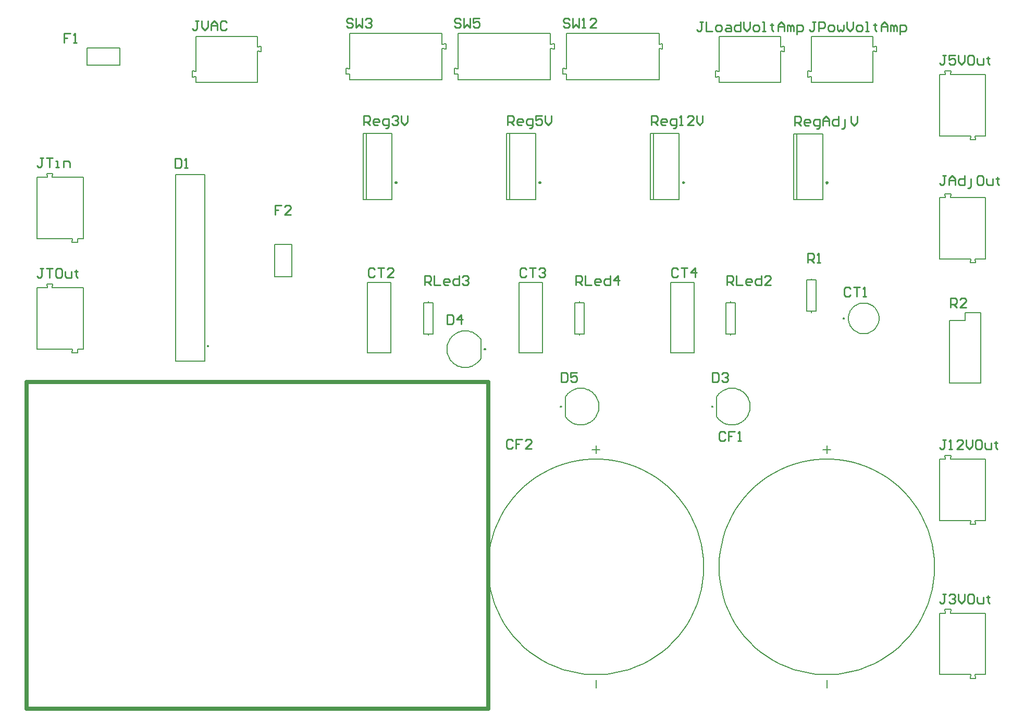
<source format=gto>
%FSDAX23Y23*%
%MOIN*%
%SFA1B1*%

%IPPOS*%
%ADD10C,0.005000*%
%ADD11C,0.010000*%
%ADD12C,0.008000*%
%ADD13C,0.028000*%
%ADD14C,0.010000*%
%LNfuente-1*%
%LPD*%
G54D10*
X04429Y01083D02*
D01*
X04427Y01131*
X04422Y01178*
X04413Y01226*
X04402Y01272*
X04387Y01318*
X04369Y01363*
X04348Y01406*
X04324Y01448*
X04297Y01487*
X04267Y01525*
X04235Y01561*
X04201Y01595*
X04164Y01625*
X04125Y01654*
X04084Y01679*
X04042Y01702*
X03998Y01721*
X03952Y01738*
X03906Y01751*
X03859Y01761*
X03812Y01768*
X03764Y01771*
X03715*
X03667Y01768*
X03620Y01761*
X03573Y01751*
X03527Y01738*
X03481Y01721*
X03437Y01702*
X03395Y01679*
X03354Y01654*
X03315Y01625*
X03278Y01595*
X03244Y01561*
X03212Y01525*
X03182Y01487*
X03155Y01448*
X03131Y01406*
X03110Y01363*
X03092Y01318*
X03077Y01272*
X03066Y01226*
X03057Y01178*
X03052Y01131*
X03051Y01083*
X03052Y01034*
X03057Y00987*
X03066Y00939*
X03077Y00893*
X03092Y00847*
X03110Y00802*
X03131Y00759*
X03155Y00717*
X03182Y00678*
X03212Y00640*
X03244Y00604*
X03278Y00570*
X03315Y00540*
X03354Y00511*
X03395Y00486*
X03437Y00463*
X03481Y00444*
X03527Y00427*
X03573Y00414*
X03620Y00404*
X03667Y00397*
X03715Y00394*
X03764*
X03812Y00397*
X03859Y00404*
X03906Y00414*
X03952Y00427*
X03998Y00444*
X04042Y00463*
X04084Y00486*
X04125Y00511*
X04164Y00540*
X04201Y00570*
X04235Y00604*
X04267Y00640*
X04297Y00678*
X04324Y00717*
X04348Y00759*
X04369Y00802*
X04387Y00847*
X04402Y00893*
X04413Y00939*
X04422Y00987*
X04427Y01034*
X04429Y01083*
X03544Y02047D02*
D01*
X03548Y02040*
X03553Y02033*
X03559Y02027*
X03564Y02022*
X03571Y02016*
X03577Y02012*
X03584Y02007*
X03591Y02003*
X03599Y02000*
X03607Y01997*
X03614Y01995*
X03622Y01993*
X03630Y01992*
X03639Y01992*
X03647Y01992*
X03655Y01992*
X03663Y01993*
X03671Y01995*
X03679Y01997*
X03686Y02000*
X03694Y02004*
X03701Y02007*
X03708Y02012*
X03715Y02017*
X03721Y02022*
X03727Y02027*
X03732Y02034*
X03737Y02040*
X03742Y02047*
X03746Y02054*
X03749Y02061*
X03752Y02069*
X03755Y02076*
X03757Y02084*
X03758Y02092*
X03759Y02100*
X03759Y02109*
X03759Y02117*
X03758Y02125*
X03757Y02133*
X03755Y02141*
X03752Y02149*
X03749Y02156*
X03746Y02163*
X03741Y02171*
X03737Y02177*
X03732Y02184*
X03726Y02190*
X03721Y02195*
X03714Y02201*
X03708Y02205*
X03701Y02210*
X03694Y02214*
X03686Y02217*
X03678Y02220*
X03671Y02222*
X03663Y02224*
X03655Y02225*
X03646Y02225*
X03638Y02225*
X03630Y02225*
X03622Y02224*
X03614Y02222*
X03606Y02220*
X03599Y02217*
X03591Y02213*
X03584Y02210*
X03577Y02205*
X03570Y02200*
X03564Y02195*
X03558Y02190*
X03553Y02183*
X03548Y02177*
X03543Y02170*
X03544Y02170*
X04511Y02047D02*
D01*
X04515Y02040*
X04520Y02033*
X04526Y02027*
X04531Y02022*
X04538Y02016*
X04544Y02012*
X04551Y02007*
X04558Y02003*
X04566Y02000*
X04574Y01997*
X04581Y01995*
X04589Y01993*
X04597Y01992*
X04606Y01992*
X04614Y01992*
X04622Y01992*
X04630Y01993*
X04638Y01995*
X04646Y01997*
X04653Y02000*
X04661Y02004*
X04668Y02007*
X04675Y02012*
X04682Y02017*
X04688Y02022*
X04694Y02027*
X04699Y02034*
X04704Y02040*
X04709Y02047*
X04713Y02054*
X04716Y02061*
X04719Y02069*
X04722Y02076*
X04724Y02084*
X04725Y02092*
X04726Y02100*
X04726Y02109*
X04726Y02117*
X04725Y02125*
X04724Y02133*
X04722Y02141*
X04719Y02149*
X04716Y02156*
X04713Y02163*
X04709Y02171*
X04704Y02177*
X04699Y02184*
X04693Y02190*
X04688Y02195*
X04681Y02201*
X04675Y02205*
X04668Y02210*
X04661Y02214*
X04653Y02217*
X04645Y02220*
X04638Y02222*
X04630Y02224*
X04622Y02225*
X04613Y02225*
X04605Y02225*
X04597Y02225*
X04589Y02224*
X04581Y02222*
X04573Y02220*
X04566Y02217*
X04558Y02213*
X04551Y02210*
X04544Y02205*
X04537Y02200*
X04531Y02195*
X04525Y02190*
X04520Y02183*
X04515Y02177*
X04510Y02170*
X04511Y02170*
X05906Y01083D02*
D01*
X05904Y01131*
X05899Y01178*
X05890Y01226*
X05879Y01272*
X05864Y01318*
X05846Y01363*
X05825Y01406*
X05801Y01448*
X05774Y01487*
X05744Y01525*
X05712Y01561*
X05678Y01595*
X05641Y01625*
X05602Y01654*
X05561Y01679*
X05519Y01702*
X05475Y01721*
X05429Y01738*
X05383Y01751*
X05336Y01761*
X05289Y01768*
X05241Y01771*
X05192*
X05144Y01768*
X05097Y01761*
X05050Y01751*
X05004Y01738*
X04958Y01721*
X04914Y01702*
X04872Y01679*
X04831Y01654*
X04792Y01625*
X04755Y01595*
X04721Y01561*
X04689Y01525*
X04659Y01487*
X04632Y01448*
X04608Y01406*
X04587Y01363*
X04569Y01318*
X04554Y01272*
X04543Y01226*
X04534Y01178*
X04529Y01131*
X04528Y01083*
X04529Y01034*
X04534Y00987*
X04543Y00939*
X04554Y00893*
X04569Y00847*
X04587Y00802*
X04608Y00759*
X04632Y00717*
X04659Y00678*
X04689Y00640*
X04721Y00604*
X04755Y00570*
X04792Y00540*
X04831Y00511*
X04872Y00486*
X04914Y00463*
X04958Y00444*
X05004Y00427*
X05050Y00414*
X05097Y00404*
X05144Y00397*
X05192Y00394*
X05241*
X05289Y00397*
X05336Y00404*
X05383Y00414*
X05429Y00427*
X05475Y00444*
X05519Y00463*
X05561Y00486*
X05602Y00511*
X05641Y00540*
X05678Y00570*
X05712Y00604*
X05744Y00640*
X05774Y00678*
X05801Y00717*
X05825Y00759*
X05846Y00802*
X05864Y00847*
X05879Y00893*
X05890Y00939*
X05899Y00987*
X05904Y01034*
X05906Y01083*
X03003Y02538D02*
D01*
X02998Y02544*
X02993Y02551*
X02987Y02557*
X02982Y02562*
X02975Y02568*
X02969Y02572*
X02962Y02577*
X02955Y02581*
X02947Y02584*
X02939Y02587*
X02932Y02589*
X02924Y02591*
X02916Y02592*
X02907Y02592*
X02899Y02592*
X02891Y02592*
X02883Y02591*
X02875Y02589*
X02867Y02587*
X02860Y02584*
X02852Y02580*
X02845Y02577*
X02838Y02572*
X02831Y02567*
X02825Y02562*
X02819Y02557*
X02814Y02550*
X02809Y02544*
X02804Y02537*
X02800Y02530*
X02797Y02523*
X02794Y02515*
X02791Y02508*
X02789Y02500*
X02788Y02492*
X02787Y02484*
X02787Y02475*
X02787Y02467*
X02788Y02459*
X02789Y02451*
X02791Y02443*
X02794Y02435*
X02797Y02428*
X02800Y02421*
X02805Y02413*
X02809Y02407*
X02814Y02400*
X02820Y02394*
X02825Y02389*
X02832Y02383*
X02838Y02379*
X02845Y02374*
X02852Y02370*
X02860Y02367*
X02868Y02364*
X02875Y02362*
X02883Y02360*
X02891Y02359*
X02900Y02359*
X02908Y02359*
X02916Y02359*
X02924Y02360*
X02932Y02362*
X02940Y02364*
X02947Y02367*
X02955Y02371*
X02962Y02374*
X02969Y02379*
X02976Y02384*
X02982Y02389*
X02988Y02394*
X02993Y02401*
X02998Y02407*
X03003Y02414*
X03003Y02415*
X05551Y02673D02*
D01*
X05550Y02679*
X05550Y02686*
X05548Y02693*
X05547Y02700*
X05545Y02706*
X05542Y02712*
X05539Y02719*
X05536Y02724*
X05532Y02730*
X05528Y02735*
X05523Y02741*
X05518Y02745*
X05513Y02750*
X05507Y02754*
X05502Y02757*
X05495Y02761*
X05489Y02763*
X05483Y02766*
X05476Y02768*
X05470Y02769*
X05463Y02770*
X05456Y02770*
X05449*
X05442Y02770*
X05435Y02769*
X05429Y02768*
X05422Y02766*
X05416Y02763*
X05410Y02761*
X05404Y02757*
X05398Y02754*
X05392Y02750*
X05387Y02745*
X05382Y02741*
X05377Y02735*
X05373Y02730*
X05369Y02724*
X05366Y02719*
X05363Y02712*
X05360Y02706*
X05358Y02700*
X05357Y02693*
X05355Y02686*
X05355Y02679*
X05355Y02673*
X05355Y02666*
X05355Y02659*
X05357Y02652*
X05358Y02645*
X05360Y02639*
X05363Y02633*
X05366Y02626*
X05369Y02621*
X05373Y02615*
X05377Y02610*
X05382Y02604*
X05387Y02600*
X05392Y02595*
X05398Y02591*
X05404Y02588*
X05410Y02584*
X05416Y02582*
X05422Y02579*
X05429Y02577*
X05435Y02576*
X05442Y02575*
X05449Y02575*
X05456*
X05463Y02575*
X05470Y02576*
X05476Y02577*
X05483Y02579*
X05489Y02582*
X05495Y02584*
X05502Y02588*
X05507Y02591*
X05513Y02595*
X05518Y02600*
X05523Y02604*
X05528Y02610*
X05532Y02615*
X05536Y02621*
X05539Y02626*
X05542Y02633*
X05545Y02639*
X05547Y02645*
X05548Y02652*
X05550Y02659*
X05550Y02666*
X05551Y02673*
X03740Y00308D02*
Y00358D01*
Y01808D02*
Y01858D01*
X03715Y01833D02*
X03765D01*
X03544Y02047D02*
Y02170D01*
X04511Y02047D02*
Y02170D01*
X05217Y00308D02*
Y00358D01*
Y01808D02*
Y01858D01*
X05192Y01833D02*
X05242D01*
X03003Y02415D02*
Y02538D01*
X01050Y02400D02*
Y03593D01*
X01239*
Y02400D02*
Y03593D01*
X01050Y02400D02*
X01239D01*
G54D11*
X04303Y03543D02*
D01*
X04302Y03543*
X04302Y03543*
X04302Y03544*
X04302Y03544*
X04302Y03544*
X04302Y03545*
X04302Y03545*
X04302Y03545*
X04302Y03545*
X04301Y03546*
X04301Y03546*
X04301Y03546*
X04301Y03546*
X04300Y03547*
X04300Y03547*
X04300Y03547*
X04299Y03547*
X04299Y03547*
X04299Y03547*
X04298Y03547*
X04298Y03547*
X04298Y03547*
X04297*
X04297Y03547*
X04297Y03547*
X04296Y03547*
X04296Y03547*
X04296Y03547*
X04295Y03547*
X04295Y03547*
X04295Y03547*
X04294Y03546*
X04294Y03546*
X04294Y03546*
X04294Y03546*
X04293Y03545*
X04293Y03545*
X04293Y03545*
X04293Y03545*
X04293Y03544*
X04293Y03544*
X04293Y03544*
X04293Y03543*
X04293Y03543*
X04293Y03543*
X04293Y03542*
X04293Y03542*
X04293Y03541*
X04293Y03541*
X04293Y03541*
X04293Y03540*
X04293Y03540*
X04293Y03540*
X04293Y03540*
X04294Y03539*
X04294Y03539*
X04294Y03539*
X04294Y03539*
X04295Y03538*
X04295Y03538*
X04295Y03538*
X04296Y03538*
X04296Y03538*
X04296Y03538*
X04297Y03538*
X04297Y03538*
X04297Y03538*
X04298*
X04298Y03538*
X04298Y03538*
X04299Y03538*
X04299Y03538*
X04299Y03538*
X04300Y03538*
X04300Y03538*
X04300Y03538*
X04301Y03539*
X04301Y03539*
X04301Y03539*
X04301Y03539*
X04302Y03540*
X04302Y03540*
X04302Y03540*
X04302Y03540*
X04302Y03541*
X04302Y03541*
X04302Y03541*
X04302Y03542*
X04302Y03542*
X04303Y03543*
X03384D02*
D01*
X03383Y03543*
X03383Y03543*
X03383Y03544*
X03383Y03544*
X03383Y03544*
X03383Y03545*
X03383Y03545*
X03383Y03545*
X03383Y03545*
X03382Y03546*
X03382Y03546*
X03382Y03546*
X03382Y03546*
X03381Y03547*
X03381Y03547*
X03381Y03547*
X03380Y03547*
X03380Y03547*
X03380Y03547*
X03379Y03547*
X03379Y03547*
X03379Y03547*
X03378*
X03378Y03547*
X03378Y03547*
X03377Y03547*
X03377Y03547*
X03377Y03547*
X03376Y03547*
X03376Y03547*
X03376Y03547*
X03375Y03546*
X03375Y03546*
X03375Y03546*
X03375Y03546*
X03374Y03545*
X03374Y03545*
X03374Y03545*
X03374Y03545*
X03374Y03544*
X03374Y03544*
X03374Y03544*
X03374Y03543*
X03374Y03543*
X03374Y03543*
X03374Y03542*
X03374Y03542*
X03374Y03541*
X03374Y03541*
X03374Y03541*
X03374Y03540*
X03374Y03540*
X03374Y03540*
X03374Y03540*
X03375Y03539*
X03375Y03539*
X03375Y03539*
X03375Y03539*
X03376Y03538*
X03376Y03538*
X03376Y03538*
X03377Y03538*
X03377Y03538*
X03377Y03538*
X03378Y03538*
X03378Y03538*
X03378Y03538*
X03379*
X03379Y03538*
X03379Y03538*
X03380Y03538*
X03380Y03538*
X03380Y03538*
X03381Y03538*
X03381Y03538*
X03381Y03538*
X03382Y03539*
X03382Y03539*
X03382Y03539*
X03382Y03539*
X03383Y03540*
X03383Y03540*
X03383Y03540*
X03383Y03540*
X03383Y03541*
X03383Y03541*
X03383Y03541*
X03383Y03542*
X03383Y03542*
X03384Y03543*
X02466D02*
D01*
X02465Y03543*
X02465Y03543*
X02465Y03544*
X02465Y03544*
X02465Y03544*
X02465Y03545*
X02465Y03545*
X02465Y03545*
X02465Y03545*
X02464Y03546*
X02464Y03546*
X02464Y03546*
X02464Y03546*
X02463Y03547*
X02463Y03547*
X02463Y03547*
X02462Y03547*
X02462Y03547*
X02462Y03547*
X02461Y03547*
X02461Y03547*
X02461Y03547*
X02460*
X02460Y03547*
X02460Y03547*
X02459Y03547*
X02459Y03547*
X02459Y03547*
X02458Y03547*
X02458Y03547*
X02458Y03547*
X02457Y03546*
X02457Y03546*
X02457Y03546*
X02457Y03546*
X02456Y03545*
X02456Y03545*
X02456Y03545*
X02456Y03545*
X02456Y03544*
X02456Y03544*
X02456Y03544*
X02456Y03543*
X02456Y03543*
X02456Y03543*
X02456Y03542*
X02456Y03542*
X02456Y03541*
X02456Y03541*
X02456Y03541*
X02456Y03540*
X02456Y03540*
X02456Y03540*
X02456Y03540*
X02457Y03539*
X02457Y03539*
X02457Y03539*
X02457Y03539*
X02458Y03538*
X02458Y03538*
X02458Y03538*
X02459Y03538*
X02459Y03538*
X02459Y03538*
X02460Y03538*
X02460Y03538*
X02460Y03538*
X02461*
X02461Y03538*
X02461Y03538*
X02462Y03538*
X02462Y03538*
X02462Y03538*
X02463Y03538*
X02463Y03538*
X02463Y03538*
X02464Y03539*
X02464Y03539*
X02464Y03539*
X02464Y03539*
X02465Y03540*
X02465Y03540*
X02465Y03540*
X02465Y03540*
X02465Y03541*
X02465Y03541*
X02465Y03541*
X02465Y03542*
X02465Y03542*
X02466Y03543*
X05221Y03542D02*
D01*
X05220Y03542*
X05220Y03542*
X05220Y03543*
X05220Y03543*
X05220Y03543*
X05220Y03544*
X05220Y03544*
X05220Y03544*
X05220Y03544*
X05219Y03545*
X05219Y03545*
X05219Y03545*
X05219Y03545*
X05218Y03546*
X05218Y03546*
X05218Y03546*
X05217Y03546*
X05217Y03546*
X05217Y03546*
X05216Y03546*
X05216Y03546*
X05216Y03546*
X05215*
X05215Y03546*
X05215Y03546*
X05214Y03546*
X05214Y03546*
X05214Y03546*
X05213Y03546*
X05213Y03546*
X05213Y03546*
X05212Y03545*
X05212Y03545*
X05212Y03545*
X05212Y03545*
X05211Y03544*
X05211Y03544*
X05211Y03544*
X05211Y03544*
X05211Y03543*
X05211Y03543*
X05211Y03543*
X05211Y03542*
X05211Y03542*
X05211Y03542*
X05211Y03541*
X05211Y03541*
X05211Y03540*
X05211Y03540*
X05211Y03540*
X05211Y03539*
X05211Y03539*
X05211Y03539*
X05211Y03539*
X05212Y03538*
X05212Y03538*
X05212Y03538*
X05212Y03538*
X05213Y03537*
X05213Y03537*
X05213Y03537*
X05214Y03537*
X05214Y03537*
X05214Y03537*
X05215Y03537*
X05215Y03537*
X05215Y03537*
X05216*
X05216Y03537*
X05216Y03537*
X05217Y03537*
X05217Y03537*
X05217Y03537*
X05218Y03537*
X05218Y03537*
X05218Y03537*
X05219Y03538*
X05219Y03538*
X05219Y03538*
X05219Y03538*
X05220Y03539*
X05220Y03539*
X05220Y03539*
X05220Y03539*
X05220Y03540*
X05220Y03540*
X05220Y03540*
X05220Y03541*
X05220Y03541*
X05221Y03542*
G54D12*
X03520Y02108D02*
D01*
X03519Y02108*
X03519Y02108*
X03519Y02108*
X03519Y02109*
X03519Y02109*
X03519Y02109*
X03519Y02109*
X03519Y02110*
X03519Y02110*
X03519Y02110*
X03518Y02110*
X03518Y02110*
X03518Y02111*
X03518Y02111*
X03518Y02111*
X03517Y02111*
X03517Y02111*
X03517Y02111*
X03516Y02111*
X03516Y02111*
X03516Y02111*
X03516Y02111*
X03515*
X03515Y02111*
X03515Y02111*
X03515Y02111*
X03514Y02111*
X03514Y02111*
X03514Y02111*
X03514Y02111*
X03513Y02111*
X03513Y02111*
X03513Y02110*
X03513Y02110*
X03512Y02110*
X03512Y02110*
X03512Y02110*
X03512Y02109*
X03512Y02109*
X03512Y02109*
X03512Y02109*
X03512Y02108*
X03512Y02108*
X03512Y02108*
X03512Y02108*
X03512Y02107*
X03512Y02107*
X03512Y02107*
X03512Y02106*
X03512Y02106*
X03512Y02106*
X03512Y02106*
X03512Y02105*
X03512Y02105*
X03512Y02105*
X03513Y02105*
X03513Y02105*
X03513Y02104*
X03513Y02104*
X03514Y02104*
X03514Y02104*
X03514Y02104*
X03514Y02104*
X03515Y02104*
X03515Y02104*
X03515Y02104*
X03515Y02104*
X03516*
X03516Y02104*
X03516Y02104*
X03516Y02104*
X03517Y02104*
X03517Y02104*
X03517Y02104*
X03518Y02104*
X03518Y02104*
X03518Y02104*
X03518Y02105*
X03518Y02105*
X03519Y02105*
X03519Y02105*
X03519Y02105*
X03519Y02106*
X03519Y02106*
X03519Y02106*
X03519Y02106*
X03519Y02107*
X03519Y02107*
X03519Y02107*
X03520Y02108*
X04488D02*
D01*
X04487Y02108*
X04487Y02108*
X04487Y02108*
X04487Y02109*
X04487Y02109*
X04487Y02109*
X04487Y02109*
X04487Y02110*
X04487Y02110*
X04487Y02110*
X04486Y02110*
X04486Y02110*
X04486Y02111*
X04486Y02111*
X04486Y02111*
X04485Y02111*
X04485Y02111*
X04485Y02111*
X04484Y02111*
X04484Y02111*
X04484Y02111*
X04484Y02111*
X04483*
X04483Y02111*
X04483Y02111*
X04483Y02111*
X04482Y02111*
X04482Y02111*
X04482Y02111*
X04482Y02111*
X04481Y02111*
X04481Y02111*
X04481Y02110*
X04481Y02110*
X04480Y02110*
X04480Y02110*
X04480Y02110*
X04480Y02109*
X04480Y02109*
X04480Y02109*
X04480Y02109*
X04480Y02108*
X04480Y02108*
X04480Y02108*
X04480Y02108*
X04480Y02107*
X04480Y02107*
X04480Y02107*
X04480Y02106*
X04480Y02106*
X04480Y02106*
X04480Y02106*
X04480Y02105*
X04480Y02105*
X04480Y02105*
X04481Y02105*
X04481Y02105*
X04481Y02104*
X04481Y02104*
X04482Y02104*
X04482Y02104*
X04482Y02104*
X04482Y02104*
X04483Y02104*
X04483Y02104*
X04483Y02104*
X04483Y02104*
X04484*
X04484Y02104*
X04484Y02104*
X04484Y02104*
X04485Y02104*
X04485Y02104*
X04485Y02104*
X04486Y02104*
X04486Y02104*
X04486Y02104*
X04486Y02105*
X04486Y02105*
X04487Y02105*
X04487Y02105*
X04487Y02105*
X04487Y02106*
X04487Y02106*
X04487Y02106*
X04487Y02106*
X04487Y02107*
X04487Y02107*
X04487Y02107*
X04488Y02108*
X03034Y02476D02*
D01*
X03033Y02476*
X03033Y02476*
X03033Y02476*
X03033Y02477*
X03033Y02477*
X03033Y02477*
X03033Y02477*
X03033Y02478*
X03033Y02478*
X03033Y02478*
X03032Y02478*
X03032Y02478*
X03032Y02479*
X03032Y02479*
X03032Y02479*
X03031Y02479*
X03031Y02479*
X03031Y02479*
X03030Y02479*
X03030Y02479*
X03030Y02479*
X03030Y02479*
X03029*
X03029Y02479*
X03029Y02479*
X03029Y02479*
X03028Y02479*
X03028Y02479*
X03028Y02479*
X03028Y02479*
X03027Y02479*
X03027Y02479*
X03027Y02478*
X03027Y02478*
X03026Y02478*
X03026Y02478*
X03026Y02478*
X03026Y02477*
X03026Y02477*
X03026Y02477*
X03026Y02477*
X03026Y02476*
X03026Y02476*
X03026Y02476*
X03026Y02476*
X03026Y02475*
X03026Y02475*
X03026Y02475*
X03026Y02474*
X03026Y02474*
X03026Y02474*
X03026Y02474*
X03026Y02473*
X03026Y02473*
X03026Y02473*
X03027Y02473*
X03027Y02473*
X03027Y02472*
X03027Y02472*
X03028Y02472*
X03028Y02472*
X03028Y02472*
X03028Y02472*
X03029Y02472*
X03029Y02472*
X03029Y02472*
X03029Y02472*
X03030*
X03030Y02472*
X03030Y02472*
X03030Y02472*
X03031Y02472*
X03031Y02472*
X03031Y02472*
X03032Y02472*
X03032Y02472*
X03032Y02472*
X03032Y02473*
X03032Y02473*
X03033Y02473*
X03033Y02473*
X03033Y02473*
X03033Y02474*
X03033Y02474*
X03033Y02474*
X03033Y02474*
X03033Y02475*
X03033Y02475*
X03033Y02475*
X03034Y02476*
X01261Y02496D02*
D01*
X01260Y02496*
X01260Y02496*
X01260Y02496*
X01260Y02497*
X01260Y02497*
X01260Y02497*
X01260Y02497*
X01260Y02498*
X01260Y02498*
X01260Y02498*
X01259Y02498*
X01259Y02498*
X01259Y02499*
X01259Y02499*
X01259Y02499*
X01258Y02499*
X01258Y02499*
X01258Y02499*
X01257Y02499*
X01257Y02499*
X01257Y02499*
X01257Y02499*
X01256*
X01256Y02499*
X01256Y02499*
X01256Y02499*
X01255Y02499*
X01255Y02499*
X01255Y02499*
X01255Y02499*
X01254Y02499*
X01254Y02499*
X01254Y02498*
X01254Y02498*
X01253Y02498*
X01253Y02498*
X01253Y02498*
X01253Y02497*
X01253Y02497*
X01253Y02497*
X01253Y02497*
X01253Y02496*
X01253Y02496*
X01253Y02496*
X01253Y02496*
X01253Y02495*
X01253Y02495*
X01253Y02495*
X01253Y02494*
X01253Y02494*
X01253Y02494*
X01253Y02494*
X01253Y02493*
X01253Y02493*
X01253Y02493*
X01254Y02493*
X01254Y02493*
X01254Y02492*
X01254Y02492*
X01255Y02492*
X01255Y02492*
X01255Y02492*
X01255Y02492*
X01256Y02492*
X01256Y02492*
X01256Y02492*
X01256Y02492*
X01257*
X01257Y02492*
X01257Y02492*
X01257Y02492*
X01258Y02492*
X01258Y02492*
X01258Y02492*
X01259Y02492*
X01259Y02492*
X01259Y02492*
X01259Y02493*
X01259Y02493*
X01260Y02493*
X01260Y02493*
X01260Y02493*
X01260Y02494*
X01260Y02494*
X01260Y02494*
X01260Y02494*
X01260Y02495*
X01260Y02495*
X01260Y02495*
X01261Y02496*
X05329Y02673D02*
D01*
X05328Y02673*
X05328Y02673*
X05328Y02673*
X05328Y02674*
X05328Y02674*
X05328Y02674*
X05328Y02674*
X05328Y02675*
X05328Y02675*
X05328Y02675*
X05327Y02675*
X05327Y02675*
X05327Y02676*
X05327Y02676*
X05327Y02676*
X05326Y02676*
X05326Y02676*
X05326Y02676*
X05325Y02676*
X05325Y02676*
X05325Y02676*
X05325Y02676*
X05324*
X05324Y02676*
X05324Y02676*
X05324Y02676*
X05323Y02676*
X05323Y02676*
X05323Y02676*
X05323Y02676*
X05322Y02676*
X05322Y02676*
X05322Y02675*
X05322Y02675*
X05321Y02675*
X05321Y02675*
X05321Y02675*
X05321Y02674*
X05321Y02674*
X05321Y02674*
X05321Y02674*
X05321Y02673*
X05321Y02673*
X05321Y02673*
X05321Y02673*
X05321Y02672*
X05321Y02672*
X05321Y02672*
X05321Y02671*
X05321Y02671*
X05321Y02671*
X05321Y02671*
X05321Y02670*
X05321Y02670*
X05321Y02670*
X05322Y02670*
X05322Y02670*
X05322Y02669*
X05322Y02669*
X05323Y02669*
X05323Y02669*
X05323Y02669*
X05323Y02669*
X05324Y02669*
X05324Y02669*
X05324Y02669*
X05324Y02669*
X05325*
X05325Y02669*
X05325Y02669*
X05325Y02669*
X05326Y02669*
X05326Y02669*
X05326Y02669*
X05327Y02669*
X05327Y02669*
X05327Y02669*
X05327Y02670*
X05327Y02670*
X05328Y02670*
X05328Y02670*
X05328Y02670*
X05328Y02671*
X05328Y02671*
X05328Y02671*
X05328Y02671*
X05328Y02672*
X05328Y02672*
X05328Y02672*
X05329Y02673*
X03635Y02773D02*
Y02782D01*
Y02564D02*
Y02573D01*
Y02773D02*
X03665D01*
Y02573D02*
Y02773D01*
X03605Y02573D02*
X03665D01*
X03605D02*
Y02773D01*
X03635*
X02667D02*
Y02782D01*
Y02564D02*
Y02573D01*
Y02773D02*
X02697D01*
Y02573D02*
Y02773D01*
X02637Y02573D02*
X02697D01*
X02637D02*
Y02773D01*
X02667*
X04602D02*
Y02782D01*
Y02564D02*
Y02573D01*
Y02773D02*
X04632D01*
Y02573D02*
Y02773D01*
X04572Y02573D02*
X04632D01*
X04572D02*
Y02773D01*
X04602*
X04087Y03854D02*
X04272D01*
X04087Y03433D02*
X04272D01*
Y03854*
X04087Y03433D02*
Y03854D01*
X04107Y03433D02*
Y03854D01*
X03169D02*
X03354D01*
X03169Y03433D02*
X03354D01*
Y03854*
X03169Y03433D02*
Y03854D01*
X03188Y03433D02*
Y03854D01*
X02250D02*
X02435D01*
X02250Y03433D02*
X02435D01*
Y03854*
X02250Y03433D02*
Y03854D01*
X02270Y03433D02*
Y03854D01*
X04217Y02453D02*
Y02903D01*
Y02453D02*
X04367D01*
Y02903*
X04217D02*
X04367D01*
X03247Y02453D02*
Y02903D01*
Y02453D02*
X03397D01*
Y02903*
X03247D02*
X03397D01*
X02277Y02453D02*
Y02903D01*
Y02453D02*
X02427D01*
Y02903*
X02277D02*
X02427D01*
X05118Y04476D02*
X05512D01*
X05535Y04379D02*
Y04412D01*
X05512Y04382D02*
X05535Y04379D01*
X05512Y04409D02*
X05535Y04412D01*
X05512Y04409D02*
Y04476D01*
X05118Y04181D02*
X05512D01*
Y04382*
X05094Y04216D02*
Y04254D01*
Y04216D02*
X05118Y04218D01*
X05094Y04254D02*
X05118Y04252D01*
Y04181D02*
Y04218D01*
Y04252D02*
Y04476D01*
X04528D02*
X04921D01*
X04945Y04379D02*
Y04412D01*
X04921Y04382D02*
X04945Y04379D01*
X04921Y04409D02*
X04945Y04412D01*
X04921Y04409D02*
Y04476D01*
X04528Y04181D02*
X04921D01*
Y04382*
X04504Y04216D02*
Y04254D01*
Y04216D02*
X04528Y04218D01*
X04504Y04254D02*
X04528Y04252D01*
Y04181D02*
Y04218D01*
Y04252D02*
Y04476D01*
X05006Y03852D02*
X05191D01*
X05006Y03431D02*
X05191D01*
Y03852*
X05006Y03431D02*
Y03852D01*
X05026Y03431D02*
Y03852D01*
X06232Y01378D02*
Y01772D01*
X06135Y01354D02*
X06168D01*
X06135D02*
X06138Y01378D01*
X06165D02*
X06168Y01354D01*
X06165Y01378D02*
X06232D01*
X05937D02*
Y01772D01*
Y01378D02*
X06138D01*
X05972Y01795D02*
X06010D01*
X05972D02*
X05974Y01772D01*
X06008D02*
X06010Y01795D01*
X05937Y01772D02*
X05974D01*
X06008D02*
X06232D01*
Y00394D02*
Y00787D01*
X06135Y00370D02*
X06168D01*
X06135D02*
X06138Y00394D01*
X06165D02*
X06168Y00370D01*
X06165Y00394D02*
X06232D01*
X05937D02*
Y00787D01*
Y00394D02*
X06138D01*
X05972Y00811D02*
X06010D01*
X05972D02*
X05974Y00787D01*
X06008D02*
X06010Y00811D01*
X05937Y00787D02*
X05974D01*
X06008D02*
X06232D01*
Y03051D02*
Y03445D01*
X06135Y03028D02*
X06168D01*
X06135D02*
X06138Y03051D01*
X06165D02*
X06168Y03028D01*
X06165Y03051D02*
X06232D01*
X05937D02*
Y03445D01*
Y03051D02*
X06138D01*
X05972Y03469D02*
X06010D01*
X05972D02*
X05974Y03445D01*
X06008D02*
X06010Y03469D01*
X05937Y03445D02*
X05974D01*
X06008D02*
X06232D01*
X00165Y02476D02*
X00390D01*
X00423D02*
X00461D01*
X00388Y02453D02*
X00390Y02476D01*
X00423D02*
X00425Y02453D01*
X00388D02*
X00425D01*
X00260Y02870D02*
X00461D01*
Y02476D02*
Y02870D01*
X00165D02*
X00232D01*
X00229Y02893D02*
X00232Y02870D01*
X00260D02*
X00263Y02893D01*
X00229D02*
X00263D01*
X00165Y02476D02*
Y02870D01*
Y03181D02*
X00390D01*
X00423D02*
X00461D01*
X00388Y03158D02*
X00390Y03181D01*
X00423D02*
X00425Y03158D01*
X00388D02*
X00425D01*
X00260Y03575D02*
X00461D01*
Y03181D02*
Y03575D01*
X00165D02*
X00232D01*
X00229Y03598D02*
X00232Y03575D01*
X00260D02*
X00263Y03598D01*
X00229D02*
X00263D01*
X00165Y03181D02*
Y03575D01*
X01793Y02939D02*
Y03147D01*
X01683Y02939D02*
Y03147D01*
Y02939D02*
X01793D01*
X01683Y03147D02*
X01793D01*
X01181Y04252D02*
Y04476D01*
Y04181D02*
Y04218D01*
X01157Y04254D02*
X01181Y04252D01*
X01157Y04216D02*
X01181Y04218D01*
X01157Y04216D02*
Y04254D01*
X01575Y04181D02*
Y04382D01*
X01181Y04181D02*
X01575D01*
Y04409D02*
Y04476D01*
Y04409D02*
X01598Y04412D01*
X01575Y04382D02*
X01598Y04379D01*
Y04412*
X01181Y04476D02*
X01575D01*
X00486Y04401D02*
X00695D01*
X00486Y04291D02*
X00695D01*
Y04401*
X00486Y04291D02*
Y04401D01*
X03552Y04269D02*
Y04494D01*
Y04199D02*
Y04236D01*
X03529Y04271D02*
X03552Y04269D01*
X03529Y04234D02*
X03552Y04236D01*
X03529Y04234D02*
Y04271D01*
X03552Y04494D02*
X04143D01*
X04166Y04396D02*
Y04430D01*
X04143Y04399D02*
X04166Y04396D01*
X04143Y04427D02*
X04166Y04430D01*
X04143Y04427D02*
Y04494D01*
X03552Y04199D02*
X04143D01*
Y04399*
X02859Y04269D02*
Y04494D01*
Y04199D02*
Y04236D01*
X02835Y04271D02*
X02859Y04269D01*
X02835Y04234D02*
X02859Y04236D01*
X02835Y04234D02*
Y04271D01*
X02859Y04494D02*
X03449D01*
X03473Y04396D02*
Y04430D01*
X03449Y04399D02*
X03473Y04396D01*
X03449Y04427D02*
X03473Y04430D01*
X03449Y04427D02*
Y04494D01*
X02859Y04199D02*
X03449D01*
Y04399*
X02165Y04269D02*
Y04494D01*
Y04199D02*
Y04236D01*
X02142Y04271D02*
X02165Y04269D01*
X02142Y04234D02*
X02165Y04236D01*
X02142Y04234D02*
Y04271D01*
X02165Y04494D02*
X02756D01*
X02780Y04396D02*
Y04430D01*
X02756Y04399D02*
X02780Y04396D01*
X02756Y04427D02*
X02780Y04430D01*
X02756Y04427D02*
Y04494D01*
X02165Y04199D02*
X02756D01*
Y04399*
X06002Y02259D02*
X06202D01*
Y02709*
X06102D02*
X06202D01*
X06102Y02659D02*
Y02709D01*
X06002Y02659D02*
X06102D01*
X06002Y02259D02*
Y02659D01*
X05118Y02718D02*
X05148D01*
Y02918*
X05088D02*
X05148D01*
X05088Y02718D02*
Y02918D01*
Y02718D02*
X05118D01*
Y02918D02*
Y02927D01*
Y02709D02*
Y02718D01*
X06008Y04232D02*
X06232D01*
X05937D02*
X05974D01*
X06008D02*
X06010Y04256D01*
X05972D02*
X05974Y04232D01*
X05972Y04256D02*
X06010D01*
X05937Y03839D02*
X06138D01*
X05937D02*
Y04232D01*
X06165Y03839D02*
X06232D01*
X06165D02*
X06168Y03815D01*
X06135D02*
X06138Y03839D01*
X06135Y03815D02*
X06168D01*
X06232Y03839D02*
Y04232D01*
G54D13*
X00098Y00177D02*
X03051D01*
X00098Y02264D02*
X03051D01*
Y00177D02*
Y02264D01*
X00098Y00177D02*
Y02264D01*
G54D14*
X03611Y02885D02*
Y02945D01*
X03641*
X03651Y02935*
Y02915*
X03641Y02905*
X03611*
X03631D02*
X03651Y02885D01*
X03671Y02945D02*
Y02885D01*
X03711*
X03761D02*
X03741D01*
X03731Y02895*
Y02915*
X03741Y02925*
X03761*
X03771Y02915*
Y02905*
X03731*
X03831Y02945D02*
Y02885D01*
X03801*
X03791Y02895*
Y02915*
X03801Y02925*
X03831*
X03881Y02885D02*
Y02945D01*
X03851Y02915*
X03891*
X02643Y02885D02*
Y02945D01*
X02673*
X02683Y02935*
Y02915*
X02673Y02905*
X02643*
X02663D02*
X02683Y02885D01*
X02703Y02945D02*
Y02885D01*
X02743*
X02793D02*
X02773D01*
X02763Y02895*
Y02915*
X02773Y02925*
X02793*
X02803Y02915*
Y02905*
X02763*
X02863Y02945D02*
Y02885D01*
X02833*
X02823Y02895*
Y02915*
X02833Y02925*
X02863*
X02883Y02935D02*
X02893Y02945D01*
X02913*
X02923Y02935*
Y02925*
X02913Y02915*
X02903*
X02913*
X02923Y02905*
Y02895*
X02913Y02885*
X02893*
X02883Y02895*
X04578Y02885D02*
Y02945D01*
X04608*
X04618Y02935*
Y02915*
X04608Y02905*
X04578*
X04598D02*
X04618Y02885D01*
X04638Y02945D02*
Y02885D01*
X04678*
X04728D02*
X04708D01*
X04698Y02895*
Y02915*
X04708Y02925*
X04728*
X04738Y02915*
Y02905*
X04698*
X04798Y02945D02*
Y02885D01*
X04768*
X04758Y02895*
Y02915*
X04768Y02925*
X04798*
X04858Y02885D02*
X04818D01*
X04858Y02925*
Y02935*
X04848Y02945*
X04828*
X04818Y02935*
X05011Y03907D02*
Y03967D01*
X05041*
X05051Y03957*
Y03937*
X05041Y03927*
X05011*
X05031D02*
X05051Y03907D01*
X05101D02*
X05081D01*
X05071Y03917*
Y03937*
X05081Y03947*
X05101*
X05111Y03937*
Y03927*
X05071*
X05151Y03887D02*
X05161D01*
X05171Y03897*
Y03947*
X05141*
X05131Y03937*
Y03917*
X05141Y03907*
X05171*
X05191D02*
Y03947D01*
X05211Y03967*
X05231Y03947*
Y03907*
Y03937*
X05191*
X05291Y03967D02*
Y03907D01*
X05261*
X05251Y03917*
Y03937*
X05261Y03947*
X05291*
X05311Y03887D02*
X05321D01*
X05331Y03897*
Y03947*
X05371Y03967D02*
Y03927D01*
X05391Y03907*
X05411Y03927*
Y03967*
X04093Y03909D02*
Y03969D01*
X04123*
X04133Y03959*
Y03939*
X04123Y03929*
X04093*
X04113D02*
X04133Y03909D01*
X04183D02*
X04163D01*
X04153Y03919*
Y03939*
X04163Y03949*
X04183*
X04193Y03939*
Y03929*
X04153*
X04233Y03889D02*
X04243D01*
X04253Y03899*
Y03949*
X04223*
X04213Y03939*
Y03919*
X04223Y03909*
X04253*
X04273D02*
X04293D01*
X04283*
Y03969*
X04273Y03959*
X04363Y03909D02*
X04323D01*
X04363Y03949*
Y03959*
X04353Y03969*
X04333*
X04323Y03959*
X04383Y03969D02*
Y03929D01*
X04403Y03909*
X04422Y03929*
Y03969*
X03173Y03909D02*
Y03969D01*
X03203*
X03213Y03959*
Y03939*
X03203Y03929*
X03173*
X03193D02*
X03213Y03909D01*
X03263D02*
X03243D01*
X03233Y03919*
Y03939*
X03243Y03949*
X03263*
X03273Y03939*
Y03929*
X03233*
X03313Y03889D02*
X03323D01*
X03333Y03899*
Y03949*
X03303*
X03293Y03939*
Y03919*
X03303Y03909*
X03333*
X03393Y03969D02*
X03353D01*
Y03939*
X03373Y03949*
X03383*
X03393Y03939*
Y03919*
X03383Y03909*
X03363*
X03353Y03919*
X03413Y03969D02*
Y03929D01*
X03433Y03909*
X03453Y03929*
Y03969*
X02255Y03909D02*
Y03969D01*
X02285*
X02295Y03959*
Y03939*
X02285Y03929*
X02255*
X02275D02*
X02295Y03909D01*
X02345D02*
X02325D01*
X02315Y03919*
Y03939*
X02325Y03949*
X02345*
X02355Y03939*
Y03929*
X02315*
X02395Y03889D02*
X02405D01*
X02415Y03899*
Y03949*
X02385*
X02375Y03939*
Y03919*
X02385Y03909*
X02415*
X02435Y03959D02*
X02445Y03969D01*
X02465*
X02475Y03959*
Y03949*
X02465Y03939*
X02455*
X02465*
X02475Y03929*
Y03919*
X02465Y03909*
X02445*
X02435Y03919*
X02495Y03969D02*
Y03929D01*
X02515Y03909*
X02535Y03929*
Y03969*
X06008Y02743D02*
Y02803D01*
X06038*
X06048Y02793*
Y02773*
X06038Y02763*
X06008*
X06028D02*
X06048Y02743D01*
X06108D02*
X06068D01*
X06108Y02783*
Y02793*
X06098Y02803*
X06078*
X06068Y02793*
X05094Y03030D02*
Y03090D01*
X05124*
X05134Y03080*
Y03060*
X05124Y03050*
X05094*
X05114D02*
X05134Y03030D01*
X05154D02*
X05174D01*
X05164*
Y03090*
X05154Y03080*
X01199Y04575D02*
X01179D01*
X01189*
Y04525*
X01179Y04515*
X01169*
X01159Y04525*
X01219Y04575D02*
Y04535D01*
X01239Y04515*
X01259Y04535*
Y04575*
X01279Y04515D02*
Y04555D01*
X01299Y04575*
X01319Y04555*
Y04515*
Y04545*
X01279*
X01379Y04565D02*
X01369Y04575D01*
X01349*
X01339Y04565*
Y04525*
X01349Y04515*
X01369*
X01379Y04525*
X00206Y02993D02*
X00186D01*
X00196*
Y02943*
X00186Y02933*
X00176*
X00166Y02943*
X00226Y02993D02*
X00266D01*
X00246*
Y02933*
X00316Y02993D02*
X00296D01*
X00286Y02983*
Y02943*
X00296Y02933*
X00316*
X00326Y02943*
Y02983*
X00316Y02993*
X00346Y02973D02*
Y02943D01*
X00356Y02933*
X00386*
Y02973*
X00416Y02983D02*
Y02973D01*
X00406*
X00426*
X00416*
Y02943*
X00426Y02933*
X00206Y03698D02*
X00186D01*
X00196*
Y03648*
X00186Y03638*
X00176*
X00166Y03648*
X00226Y03698D02*
X00266D01*
X00246*
Y03638*
X00286D02*
X00306D01*
X00296*
Y03678*
X00286*
X00336Y03638D02*
Y03678D01*
X00366*
X00376Y03668*
Y03638*
X03570Y04583D02*
X03560Y04593D01*
X03540*
X03530Y04583*
Y04573*
X03540Y04563*
X03560*
X03570Y04553*
Y04543*
X03560Y04533*
X03540*
X03530Y04543*
X03590Y04593D02*
Y04533D01*
X03610Y04553*
X03630Y04533*
Y04593*
X03650Y04533D02*
X03670D01*
X03660*
Y04593*
X03650Y04583*
X03740Y04533D02*
X03700D01*
X03740Y04573*
Y04583*
X03730Y04593*
X03710*
X03700Y04583*
X02876D02*
X02866Y04593D01*
X02846*
X02836Y04583*
Y04573*
X02846Y04563*
X02866*
X02876Y04553*
Y04543*
X02866Y04533*
X02846*
X02836Y04543*
X02896Y04593D02*
Y04533D01*
X02916Y04553*
X02936Y04533*
Y04593*
X02996D02*
X02956D01*
Y04563*
X02976Y04573*
X02986*
X02996Y04563*
Y04543*
X02986Y04533*
X02966*
X02956Y04543*
X02183Y04583D02*
X02173Y04593D01*
X02153*
X02143Y04583*
Y04573*
X02153Y04563*
X02173*
X02183Y04553*
Y04543*
X02173Y04533*
X02153*
X02143Y04543*
X02203Y04593D02*
Y04533D01*
X02223Y04553*
X02243Y04533*
Y04593*
X02263Y04583D02*
X02273Y04593D01*
X02293*
X02303Y04583*
Y04573*
X02293Y04563*
X02283*
X02293*
X02303Y04553*
Y04543*
X02293Y04533*
X02273*
X02263Y04543*
X05143Y04568D02*
X05123D01*
X05133*
Y04518*
X05123Y04508*
X05113*
X05103Y04518*
X05163Y04508D02*
Y04568D01*
X05193*
X05203Y04558*
Y04538*
X05193Y04528*
X05163*
X05233Y04508D02*
X05253D01*
X05263Y04518*
Y04538*
X05253Y04548*
X05233*
X05223Y04538*
Y04518*
X05233Y04508*
X05283Y04548D02*
Y04518D01*
X05293Y04508*
X05303Y04518*
X05313Y04508*
X05323Y04518*
Y04548*
X05343Y04568D02*
Y04528D01*
X05363Y04508*
X05383Y04528*
Y04568*
X05413Y04508D02*
X05433D01*
X05443Y04518*
Y04538*
X05433Y04548*
X05413*
X05403Y04538*
Y04518*
X05413Y04508*
X05463D02*
X05483D01*
X05473*
Y04568*
X05463*
X05523Y04558D02*
Y04548D01*
X05513*
X05533*
X05523*
Y04518*
X05533Y04508*
X05563D02*
Y04548D01*
X05583Y04568*
X05603Y04548*
Y04508*
Y04538*
X05563*
X05623Y04508D02*
Y04548D01*
X05633*
X05643Y04538*
Y04508*
Y04538*
X05653Y04548*
X05663Y04538*
Y04508*
X05683Y04488D02*
Y04548D01*
X05713*
X05723Y04538*
Y04518*
X05713Y04508*
X05683*
X04425Y04568D02*
X04405D01*
X04415*
Y04518*
X04405Y04508*
X04395*
X04385Y04518*
X04444Y04568D02*
Y04508D01*
X04484*
X04514D02*
X04534D01*
X04544Y04518*
Y04538*
X04534Y04548*
X04514*
X04504Y04538*
Y04518*
X04514Y04508*
X04574Y04548D02*
X04594D01*
X04604Y04538*
Y04508*
X04574*
X04564Y04518*
X04574Y04528*
X04604*
X04664Y04568D02*
Y04508D01*
X04634*
X04624Y04518*
Y04538*
X04634Y04548*
X04664*
X04684Y04568D02*
Y04528D01*
X04704Y04508*
X04724Y04528*
Y04568*
X04754Y04508D02*
X04774D01*
X04784Y04518*
Y04538*
X04774Y04548*
X04754*
X04744Y04538*
Y04518*
X04754Y04508*
X04804D02*
X04824D01*
X04814*
Y04568*
X04804*
X04864Y04558D02*
Y04548D01*
X04854*
X04874*
X04864*
Y04518*
X04874Y04508*
X04904D02*
Y04548D01*
X04924Y04568*
X04944Y04548*
Y04508*
Y04538*
X04904*
X04964Y04508D02*
Y04548D01*
X04974*
X04984Y04538*
Y04508*
Y04538*
X04994Y04548*
X05004Y04538*
Y04508*
X05024Y04488D02*
Y04548D01*
X05054*
X05064Y04538*
Y04518*
X05054Y04508*
X05024*
X05978Y03587D02*
X05958D01*
X05968*
Y03537*
X05958Y03527*
X05948*
X05938Y03537*
X05998Y03527D02*
Y03567D01*
X06018Y03587*
X06038Y03567*
Y03527*
Y03557*
X05998*
X06098Y03587D02*
Y03527D01*
X06068*
X06058Y03537*
Y03557*
X06068Y03567*
X06098*
X06118Y03507D02*
X06128D01*
X06138Y03517*
Y03567*
X06208Y03587D02*
X06188D01*
X06178Y03577*
Y03537*
X06188Y03527*
X06208*
X06218Y03537*
Y03577*
X06208Y03587*
X06238Y03567D02*
Y03537D01*
X06248Y03527*
X06278*
Y03567*
X06308Y03577D02*
Y03567D01*
X06298*
X06318*
X06308*
Y03537*
X06318Y03527*
X05978Y01894D02*
X05958D01*
X05968*
Y01844*
X05958Y01834*
X05948*
X05938Y01844*
X05998Y01834D02*
X06018D01*
X06008*
Y01894*
X05998Y01884*
X06088Y01834D02*
X06048D01*
X06088Y01874*
Y01884*
X06078Y01894*
X06058*
X06048Y01884*
X06108Y01894D02*
Y01854D01*
X06128Y01834*
X06148Y01854*
Y01894*
X06198D02*
X06178D01*
X06168Y01884*
Y01844*
X06178Y01834*
X06198*
X06208Y01844*
Y01884*
X06198Y01894*
X06228Y01874D02*
Y01844D01*
X06238Y01834*
X06268*
Y01874*
X06298Y01884D02*
Y01874D01*
X06288*
X06308*
X06298*
Y01844*
X06308Y01834*
X05978Y04355D02*
X05958D01*
X05968*
Y04305*
X05958Y04295*
X05948*
X05938Y04305*
X06038Y04355D02*
X05998D01*
Y04325*
X06018Y04335*
X06028*
X06038Y04325*
Y04305*
X06028Y04295*
X06008*
X05998Y04305*
X06058Y04355D02*
Y04315D01*
X06078Y04295*
X06098Y04315*
Y04355*
X06148D02*
X06128D01*
X06118Y04345*
Y04305*
X06128Y04295*
X06148*
X06158Y04305*
Y04345*
X06148Y04355*
X06178Y04335D02*
Y04305D01*
X06188Y04295*
X06218*
Y04335*
X06248Y04345D02*
Y04335D01*
X06238*
X06258*
X06248*
Y04305*
X06258Y04295*
X05978Y00910D02*
X05958D01*
X05968*
Y00860*
X05958Y00850*
X05948*
X05938Y00860*
X05998Y00900D02*
X06008Y00910D01*
X06028*
X06038Y00900*
Y00890*
X06028Y00880*
X06018*
X06028*
X06038Y00870*
Y00860*
X06028Y00850*
X06008*
X05998Y00860*
X06058Y00910D02*
Y00870D01*
X06078Y00850*
X06098Y00870*
Y00910*
X06148D02*
X06128D01*
X06118Y00900*
Y00860*
X06128Y00850*
X06148*
X06158Y00860*
Y00900*
X06148Y00910*
X06178Y00890D02*
Y00860D01*
X06188Y00850*
X06218*
Y00890*
X06248Y00900D02*
Y00890D01*
X06238*
X06258*
X06248*
Y00860*
X06258Y00850*
X01729Y03396D02*
X01689D01*
Y03366*
X01709*
X01689*
Y03336*
X01789D02*
X01749D01*
X01789Y03376*
Y03386*
X01779Y03396*
X01759*
X01749Y03386*
X00378Y04495D02*
X00338D01*
Y04465*
X00358*
X00338*
Y04435*
X00398D02*
X00418D01*
X00408*
Y04495*
X00398Y04485*
X03518Y02326D02*
Y02266D01*
X03548*
X03558Y02276*
Y02316*
X03548Y02326*
X03518*
X03618D02*
X03578D01*
Y02296*
X03598Y02306*
X03608*
X03618Y02296*
Y02276*
X03608Y02266*
X03588*
X03578Y02276*
X02787Y02694D02*
Y02634D01*
X02817*
X02827Y02644*
Y02684*
X02817Y02694*
X02787*
X02877Y02634D02*
Y02694D01*
X02847Y02664*
X02887*
X04486Y02326D02*
Y02266D01*
X04516*
X04526Y02276*
Y02316*
X04516Y02326*
X04486*
X04546Y02316D02*
X04556Y02326D01*
X04576*
X04586Y02316*
Y02306*
X04576Y02296*
X04566*
X04576*
X04586Y02286*
Y02276*
X04576Y02266*
X04556*
X04546Y02276*
X01049Y03694D02*
Y03634D01*
X01079*
X01089Y03644*
Y03684*
X01079Y03694*
X01049*
X01109Y03634D02*
X01129D01*
X01119*
Y03694*
X01109Y03684*
X04263Y02987D02*
X04253Y02997D01*
X04233*
X04223Y02987*
Y02947*
X04233Y02937*
X04253*
X04263Y02947*
X04283Y02997D02*
X04323D01*
X04303*
Y02937*
X04373D02*
Y02997D01*
X04343Y02967*
X04383*
X03293Y02987D02*
X03283Y02997D01*
X03263*
X03253Y02987*
Y02947*
X03263Y02937*
X03283*
X03293Y02947*
X03313Y02997D02*
X03353D01*
X03333*
Y02937*
X03373Y02987D02*
X03383Y02997D01*
X03403*
X03413Y02987*
Y02977*
X03403Y02967*
X03393*
X03403*
X03413Y02957*
Y02947*
X03403Y02937*
X03383*
X03373Y02947*
X02323Y02987D02*
X02313Y02997D01*
X02293*
X02283Y02987*
Y02947*
X02293Y02937*
X02313*
X02323Y02947*
X02343Y02997D02*
X02383D01*
X02363*
Y02937*
X02443D02*
X02403D01*
X02443Y02977*
Y02987*
X02433Y02997*
X02413*
X02403Y02987*
X05367Y02862D02*
X05357Y02872D01*
X05337*
X05327Y02862*
Y02822*
X05337Y02812*
X05357*
X05367Y02822*
X05387Y02872D02*
X05427D01*
X05407*
Y02812*
X05447D02*
X05467D01*
X05457*
Y02872*
X05447Y02862*
X03208Y01890D02*
X03198Y01900D01*
X03178*
X03168Y01890*
Y01850*
X03178Y01840*
X03198*
X03208Y01850*
X03268Y01900D02*
X03228D01*
Y01870*
X03248*
X03228*
Y01840*
X03328D02*
X03288D01*
X03328Y01880*
Y01890*
X03318Y01900*
X03298*
X03288Y01890*
X04567Y01940D02*
X04557Y01950D01*
X04537*
X04527Y01940*
Y01900*
X04537Y01890*
X04557*
X04567Y01900*
X04627Y01950D02*
X04587D01*
Y01920*
X04607*
X04587*
Y01890*
X04647D02*
X04667D01*
X04657*
Y01950*
X04647Y01940*
M02*
</source>
